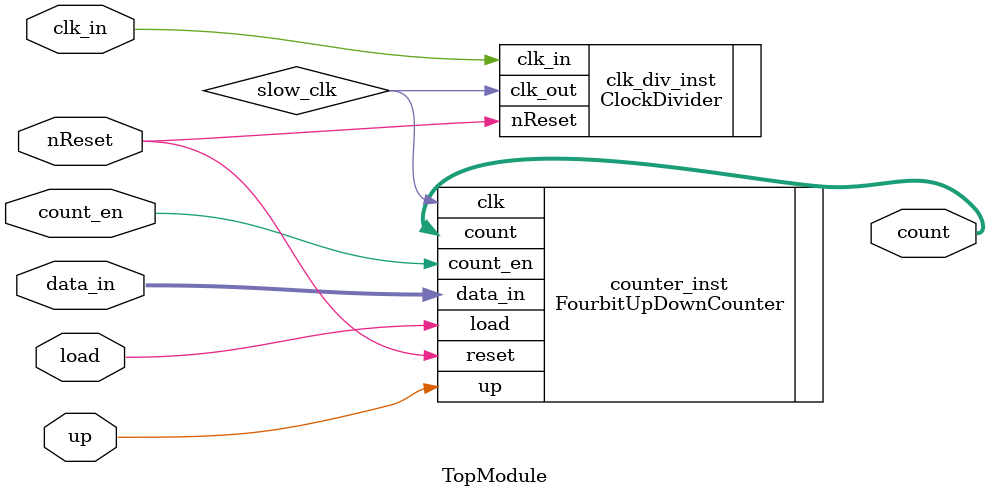
<source format=v>

module TopModule (
    input wire clk_in,       // Assigned to PIN_P11 (50 MHz)
    input wire nReset,       // Assigned to PIN_B14 (Switch 8)
    input wire load,         // Assigned to PIN_A14 (Switch 7)
    input wire count_en,     // Assigned to PIN_F15 (Switch 9)
    input wire up,           // Assigned to PIN_A13 (Switch 6)
    input wire [3:0] data_in,// Assigned to Switches [3:0]
    output wire [3:0] count  // Assigned to LEDs [3:0]
);

    wire slow_clk; // Output of ClockDivider

    // Instantiate ClockDivider
    ClockDivider clk_div_inst (
        .clk_in(clk_in),
        .nReset(nReset),
        .clk_out(slow_clk)
    );

    // Instantiate FourbitUpDownCounter
    FourbitUpDownCounter counter_inst (
        .clk(slow_clk),       // Use divided clock
        .reset(nReset),       // Active-low reset
        .load(load),
        .count_en(count_en),
        .up(up),
        .data_in(data_in),
        .count(count)
    );

endmodule

</source>
